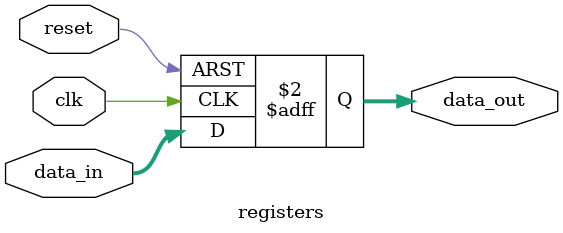
<source format=sv>

module registers #(parameter N_bits = 4) (
    input wire clk,
  input wire reset,
  input logic [N_bits-1:0] data_in,
  output logic [N_bits-1:0] data_out
);

  always_ff @(posedge clk or posedge reset) begin
    if (reset) begin
      data_out <= '0;
    end else begin
      data_out <= data_in;
    end
  end

endmodule
</source>
